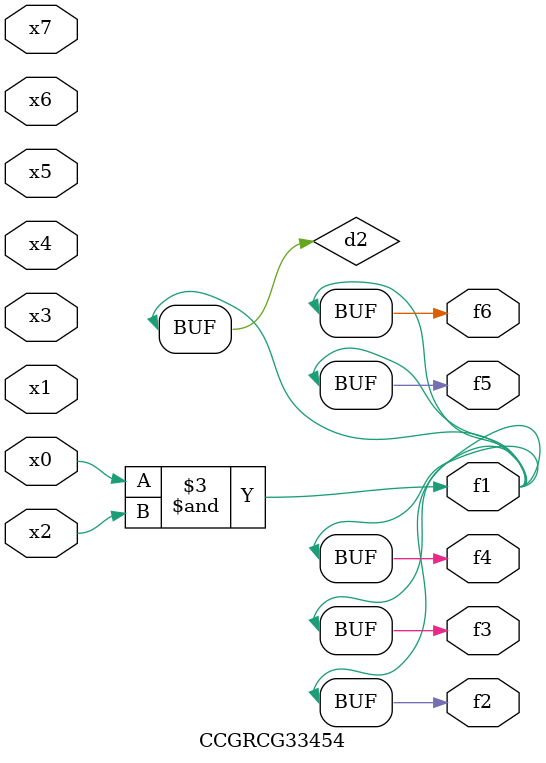
<source format=v>
module CCGRCG33454(
	input x0, x1, x2, x3, x4, x5, x6, x7,
	output f1, f2, f3, f4, f5, f6
);

	wire d1, d2;

	nor (d1, x3, x6);
	and (d2, x0, x2);
	assign f1 = d2;
	assign f2 = d2;
	assign f3 = d2;
	assign f4 = d2;
	assign f5 = d2;
	assign f6 = d2;
endmodule

</source>
